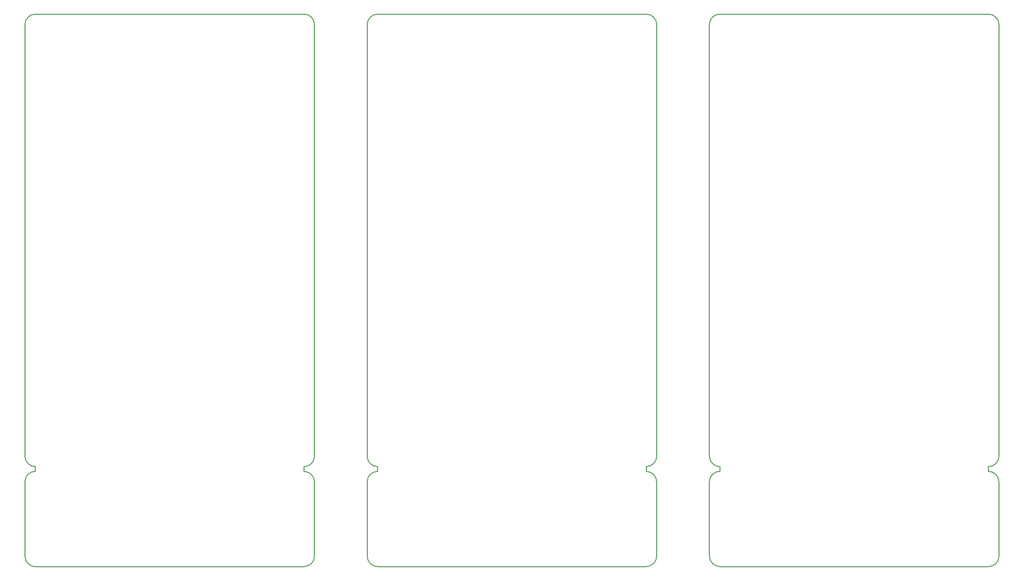
<source format=gm1>
G04*
G04 #@! TF.GenerationSoftware,Altium Limited,Altium Designer,23.6.0 (18)*
G04*
G04 Layer_Color=16711935*
%FSLAX44Y44*%
%MOMM*%
G71*
G04*
G04 #@! TF.SameCoordinates,59697A40-66F3-49E2-9A90-2B25EFB93BE2*
G04*
G04*
G04 #@! TF.FilePolarity,Positive*
G04*
G01*
G75*
%ADD83C,0.2000*%
D83*
X2109905Y380999D02*
G03*
X2089905Y400999I-20000J0D01*
G01*
X1580001Y401155D02*
G03*
X1560001Y381155I0J-20000D01*
G01*
X1560095Y240001D02*
G03*
X1580095Y220001I20000J0D01*
G01*
X2089999Y220095D02*
G03*
X2109999Y240095I0J20000D01*
G01*
X1560000Y430000D02*
G03*
X1580000Y410000I20000J0D01*
G01*
X2090000Y410000D02*
G03*
X2110000Y430000I0J20000D01*
G01*
Y1250000D02*
G03*
X2090000Y1270000I-20000J0D01*
G01*
X1580000Y1270000D02*
G03*
X1560000Y1250000I0J-20000D01*
G01*
X2110000Y240096D02*
Y380904D01*
X1560000Y240096D02*
Y381155D01*
X2089904Y220000D02*
X1580096D01*
X2110000Y1245000D02*
Y1250000D01*
X2090000Y401000D02*
Y410000D01*
X1580000Y401000D02*
Y410000D01*
X2110000Y1245000D02*
X2110000Y1245000D01*
Y430000D02*
Y1245000D01*
X1580000Y1270000D02*
X2090000Y1270000D01*
X1560000Y430000D02*
X1560000Y1250000D01*
X1459904Y380999D02*
G03*
X1439905Y400999I-20000J0D01*
G01*
X930001Y401155D02*
G03*
X910001Y381155I0J-20000D01*
G01*
X910095Y240001D02*
G03*
X930095Y220001I20000J0D01*
G01*
X1439999Y220095D02*
G03*
X1459999Y240095I0J20000D01*
G01*
X910000Y430000D02*
G03*
X930000Y410000I20000J0D01*
G01*
X1440000Y410000D02*
G03*
X1460000Y430000I0J20000D01*
G01*
Y1250000D02*
G03*
X1440000Y1270000I-20000J0D01*
G01*
X930000Y1270000D02*
G03*
X910000Y1250000I0J-20000D01*
G01*
X1460000Y240096D02*
Y380904D01*
X910000Y240096D02*
Y381155D01*
X1439904Y220000D02*
X930096D01*
X1460000Y1245000D02*
Y1250000D01*
X1440000Y401000D02*
Y410000D01*
X930000Y401000D02*
Y410000D01*
X1460000Y1245000D02*
X1460000Y1245000D01*
Y430000D02*
Y1245000D01*
X930000Y1270000D02*
X1440000Y1270000D01*
X910000Y430000D02*
X910000Y1250000D01*
X809905Y380999D02*
G03*
X789905Y400999I-20000J0D01*
G01*
X280001Y401155D02*
G03*
X260001Y381155I0J-20000D01*
G01*
X260095Y240001D02*
G03*
X280095Y220001I20000J0D01*
G01*
X789999Y220095D02*
G03*
X809999Y240095I0J20000D01*
G01*
X260000Y430000D02*
G03*
X280000Y410000I20000J0D01*
G01*
X790000Y410000D02*
G03*
X810000Y430000I0J20000D01*
G01*
Y1250000D02*
G03*
X790000Y1270000I-20000J0D01*
G01*
X280000Y1270000D02*
G03*
X260000Y1250000I0J-20000D01*
G01*
X810000Y240096D02*
Y380904D01*
X260000Y240096D02*
Y381155D01*
X789904Y220000D02*
X280096D01*
X810000Y1245000D02*
Y1250000D01*
X790000Y401000D02*
Y410000D01*
X280000Y401000D02*
Y410000D01*
X810000Y1245000D02*
X810000Y1245000D01*
Y430000D02*
Y1245000D01*
X280000Y1270000D02*
X790000Y1270000D01*
X260000Y430000D02*
X260000Y1250000D01*
M02*

</source>
